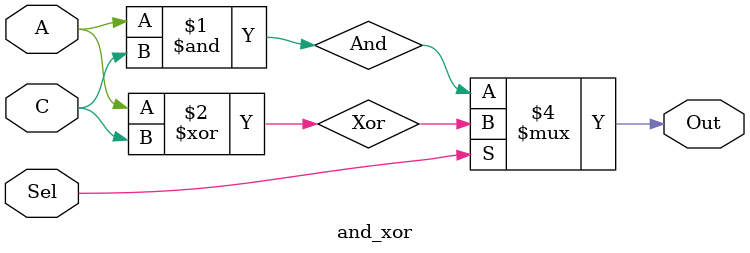
<source format=v>
module lab1(Clk, Res, Out, Sel);

input Clk, Res, Sel;
output Out;
wire dA,dC;

Count Y(Clock, Reset, dA, dC);
and_xor  X(dA, dC, Select, Out);

endmodule

module Count (Clk, Res,dA,dB,dC);
	input Clk, Res;
	output dA,dB,dC;
	reg dA,dB,dC;
always@(posedge Clk or negedge Res)
if(Res == 1'b0)

	begin
	dA <= 1'b0;
	dB <= 1'b0;
	dC <= 1'b0;
	end
else

	begin
	dA <= (dA&~dB)|(~dA&dB&dC)|(dA&~dC) ;
	dB <= (dB^dC);
	dC <= ~dC;
	end
	
endmodule

module and_xor (A, C, Sel, Out);
input A,C,Sel;
output Out;

wire And=A&C;
wire Xor=A^C;

assign Out = (Sel == 1'b0) ? And : Xor ;

endmodule

</source>
